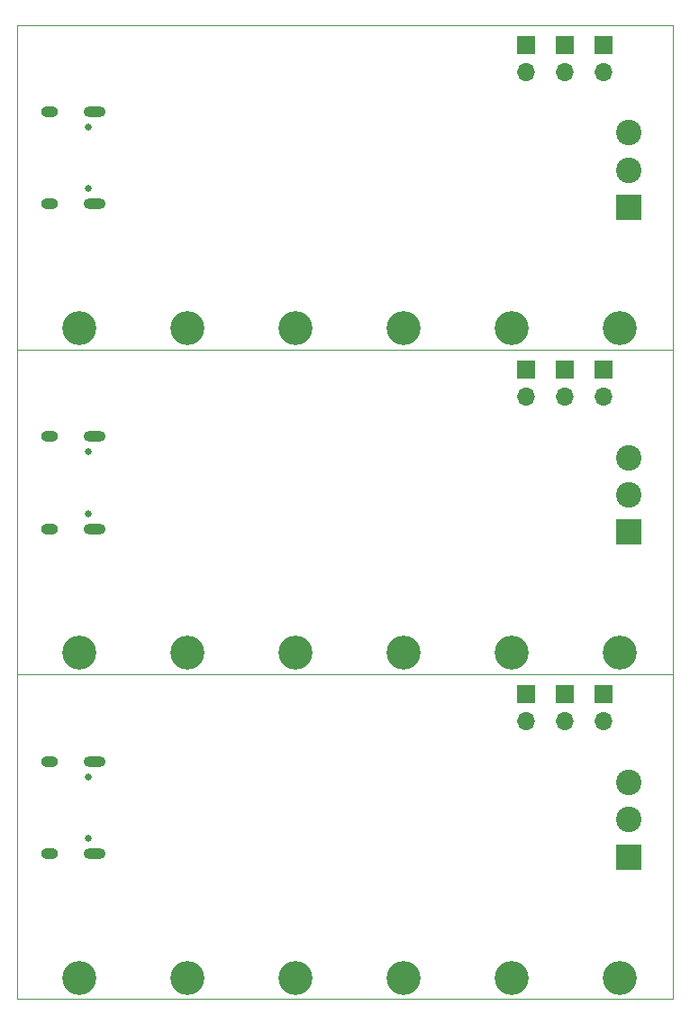
<source format=gbr>
%TF.GenerationSoftware,KiCad,Pcbnew,6.0.11-2627ca5db0~126~ubuntu20.04.1*%
%TF.CreationDate,2024-02-25T19:14:15-05:00*%
%TF.ProjectId,,58585858-5858-4585-9858-585858585858,rev?*%
%TF.SameCoordinates,Original*%
%TF.FileFunction,Soldermask,Bot*%
%TF.FilePolarity,Negative*%
%FSLAX46Y46*%
G04 Gerber Fmt 4.6, Leading zero omitted, Abs format (unit mm)*
G04 Created by KiCad (PCBNEW 6.0.11-2627ca5db0~126~ubuntu20.04.1) date 2024-02-25 19:14:15*
%MOMM*%
%LPD*%
G01*
G04 APERTURE LIST*
%TA.AperFunction,Profile*%
%ADD10C,0.100000*%
%TD*%
%ADD11R,1.700000X1.700000*%
%ADD12O,1.700000X1.700000*%
%ADD13C,3.200000*%
%ADD14C,0.650000*%
%ADD15O,1.600000X1.000000*%
%ADD16O,2.100000X1.000000*%
%ADD17R,2.400000X2.400000*%
%ADD18C,2.400000*%
G04 APERTURE END LIST*
D10*
X65735200Y-102656000D02*
X127415200Y-102656000D01*
X127415200Y-133156000D02*
X127415200Y-102656000D01*
X65735200Y-102656000D02*
X65735200Y-133156000D01*
X65735200Y-133156000D02*
X127415200Y-133156000D01*
X65735200Y-72156000D02*
X127415200Y-72156000D01*
X127415200Y-102656000D02*
X127415200Y-72156000D01*
X65735200Y-72156000D02*
X65735200Y-102656000D01*
X65735200Y-102656000D02*
X127415200Y-102656000D01*
X65735200Y-72156000D02*
X127415200Y-72156000D01*
X65735200Y-41656000D02*
X65735200Y-72156000D01*
X127415200Y-72156000D02*
X127415200Y-41656000D01*
X65735200Y-41656000D02*
X127415200Y-41656000D01*
D11*
%TO.C,JP3*%
X120878400Y-104510000D03*
D12*
X120878400Y-107050000D03*
%TD*%
D13*
%TO.C,REF\u002A\u002A5*%
X91935200Y-131156000D03*
%TD*%
%TO.C,REF\u002A\u002A4*%
X102095200Y-131156000D03*
%TD*%
D11*
%TO.C,JP2*%
X117220800Y-104510000D03*
D12*
X117220800Y-107050000D03*
%TD*%
D13*
%TO.C,REF\u002A\u002A6*%
X81775200Y-131156000D03*
%TD*%
%TO.C,REF\u002A\u002A7*%
X71615200Y-131156000D03*
%TD*%
D11*
%TO.C,JP1*%
X113563200Y-104510000D03*
D12*
X113563200Y-107050000D03*
%TD*%
D14*
%TO.C,J1*%
X72475200Y-112266000D03*
X72475200Y-118046000D03*
D15*
X68825200Y-110836000D03*
D16*
X73005200Y-110836000D03*
X73005200Y-119476000D03*
D15*
X68825200Y-119476000D03*
%TD*%
D13*
%TO.C,REF\u002A\u002A3*%
X112255200Y-131156000D03*
%TD*%
D17*
%TO.C,J2*%
X123267600Y-119795600D03*
D18*
X123267600Y-116295600D03*
X123267600Y-112795600D03*
%TD*%
D13*
%TO.C,REF\u002A\u002A2*%
X122415200Y-131156000D03*
%TD*%
D11*
%TO.C,JP3*%
X120878400Y-74010000D03*
D12*
X120878400Y-76550000D03*
%TD*%
D13*
%TO.C,REF\u002A\u002A5*%
X91935200Y-100656000D03*
%TD*%
%TO.C,REF\u002A\u002A4*%
X102095200Y-100656000D03*
%TD*%
D11*
%TO.C,JP2*%
X117220800Y-74010000D03*
D12*
X117220800Y-76550000D03*
%TD*%
D13*
%TO.C,REF\u002A\u002A6*%
X81775200Y-100656000D03*
%TD*%
%TO.C,REF\u002A\u002A7*%
X71615200Y-100656000D03*
%TD*%
D11*
%TO.C,JP1*%
X113563200Y-74010000D03*
D12*
X113563200Y-76550000D03*
%TD*%
D14*
%TO.C,J1*%
X72475200Y-81766000D03*
X72475200Y-87546000D03*
D15*
X68825200Y-80336000D03*
D16*
X73005200Y-80336000D03*
X73005200Y-88976000D03*
D15*
X68825200Y-88976000D03*
%TD*%
D13*
%TO.C,REF\u002A\u002A3*%
X112255200Y-100656000D03*
%TD*%
D17*
%TO.C,J2*%
X123267600Y-89295600D03*
D18*
X123267600Y-85795600D03*
X123267600Y-82295600D03*
%TD*%
D13*
%TO.C,REF\u002A\u002A2*%
X122415200Y-100656000D03*
%TD*%
%TO.C,REF\u002A\u002A2*%
X122415200Y-70156000D03*
%TD*%
D17*
%TO.C,J2*%
X123267600Y-58795600D03*
D18*
X123267600Y-55295600D03*
X123267600Y-51795600D03*
%TD*%
D13*
%TO.C,REF\u002A\u002A3*%
X112255200Y-70156000D03*
%TD*%
D14*
%TO.C,J1*%
X72475200Y-51266000D03*
X72475200Y-57046000D03*
D15*
X68825200Y-49836000D03*
D16*
X73005200Y-49836000D03*
X73005200Y-58476000D03*
D15*
X68825200Y-58476000D03*
%TD*%
D11*
%TO.C,JP1*%
X113563200Y-43510000D03*
D12*
X113563200Y-46050000D03*
%TD*%
D13*
%TO.C,REF\u002A\u002A7*%
X71615200Y-70156000D03*
%TD*%
%TO.C,REF\u002A\u002A6*%
X81775200Y-70156000D03*
%TD*%
D11*
%TO.C,JP2*%
X117220800Y-43510000D03*
D12*
X117220800Y-46050000D03*
%TD*%
D13*
%TO.C,REF\u002A\u002A4*%
X102095200Y-70156000D03*
%TD*%
%TO.C,REF\u002A\u002A5*%
X91935200Y-70156000D03*
%TD*%
D11*
%TO.C,JP3*%
X120878400Y-43510000D03*
D12*
X120878400Y-46050000D03*
%TD*%
M02*

</source>
